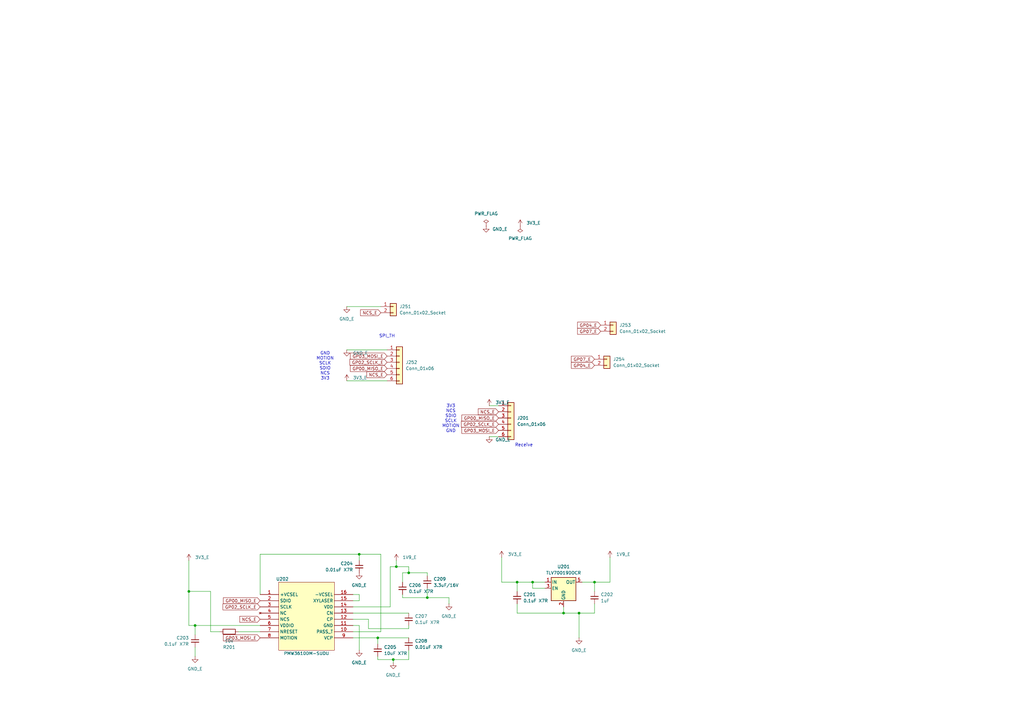
<source format=kicad_sch>
(kicad_sch (version 20250114) (generator "eeschema") (generator_version "9.0")
  (paper "A3")
  (lib_symbols
    (symbol "Connector_Generic:Conn_01x02" (pin_names (offset 1.016) (hide yes))
      (property "Reference" "J" (at 0 2.54 0))
      (property "Value" "Conn_01x02" (at 0 -5.08 0))
      (symbol "Conn_01x02_1_1"
        (rectangle (start -1.27 1.27) (end 1.27 -3.81) (stroke (width 0.254)) (fill (type background)))
        (rectangle (start -1.27 0.127) (end 0 -0.127) (stroke (width 0.1524)))
        (rectangle (start -1.27 -2.413) (end 0 -2.667) (stroke (width 0.1524)))
        (pin passive line (at -5.08 0 0) (length 3.81) (name "Pin_1") (number "1"))
        (pin passive line (at -5.08 -2.54 0) (length 3.81) (name "Pin_2") (number "2"))
      )
    )
    (symbol "Connector_Generic:Conn_01x06" (pin_names (offset 1.016) (hide yes))
      (property "Reference" "J" (at 0 7.62 0))
      (property "Value" "Conn_01x06" (at 0 -10.16 0))
      (symbol "Conn_01x06_1_1"
        (rectangle (start -1.27 6.35) (end 1.27 -8.89) (stroke (width 0.254)) (fill (type background)))
        (rectangle (start -1.27 5.207) (end 0 4.953) (stroke (width 0.1524)))
        (rectangle (start -1.27 2.667) (end 0 2.413) (stroke (width 0.1524)))
        (rectangle (start -1.27 0.127) (end 0 -0.127) (stroke (width 0.1524)))
        (rectangle (start -1.27 -2.413) (end 0 -2.667) (stroke (width 0.1524)))
        (rectangle (start -1.27 -4.953) (end 0 -5.207) (stroke (width 0.1524)))
        (rectangle (start -1.27 -7.493) (end 0 -7.747) (stroke (width 0.1524)))
        (pin passive line (at -5.08 5.08 0) (length 3.81) (name "Pin_1") (number "1"))
        (pin passive line (at -5.08 2.54 0) (length 3.81) (name "Pin_2") (number "2"))
        (pin passive line (at -5.08 0 0) (length 3.81) (name "Pin_3") (number "3"))
        (pin passive line (at -5.08 -2.54 0) (length 3.81) (name "Pin_4") (number "4"))
        (pin passive line (at -5.08 -5.08 0) (length 3.81) (name "Pin_5") (number "5"))
        (pin passive line (at -5.08 -7.62 0) (length 3.81) (name "Pin_6") (number "6"))
      )
    )
    (symbol "Device:C_Small" (pin_numbers (hide yes)) (pin_names (offset 0.254) (hide yes))
      (property "Reference" "C" (at 0.254 1.778 0))
      (property "Value" "C_Small" (at 0.254 -2.032 0))
      (symbol "C_Small_0_1"
        (polyline (pts (xy -1.524 0.508) (xy 1.524 0.508)) (stroke (width 0.3048)))
        (polyline (pts (xy -1.524 -0.508) (xy 1.524 -0.508)) (stroke (width 0.3302)))
      )
      (symbol "C_Small_1_1"
        (pin passive line (at 0 2.54 270) (length 2.032) (name "~") (number "1"))
        (pin passive line (at 0 -2.54 90) (length 2.032) (name "~") (number "2"))
      )
    )
    (symbol "Device:R" (pin_numbers (hide yes)) (pin_names (offset 0))
      (property "Reference" "R" (at 2.032 0 90))
      (property "Value" "R" (at 0 0 90))
      (symbol "R_0_1"
        (rectangle (start -1.016 -2.54) (end 1.016 2.54) (stroke (width 0.254)))
      )
      (symbol "R_1_1"
        (pin passive line (at 0 3.81 270) (length 1.27) (name "~") (number "1"))
        (pin passive line (at 0 -3.81 90) (length 1.27) (name "~") (number "2"))
      )
    )
    (symbol "Regulator_Linear:TLV70019_SOT23-5" (pin_names (offset 0.254))
      (property "Reference" "U" (at -3.81 5.715 0))
      (property "Value" "TLV70019_SOT23-5" (at 0 5.715 0))
      (symbol "TLV70019_SOT23-5_0_1"
        (rectangle (start -5.08 4.445) (end 5.08 -5.08) (stroke (width 0.254)) (fill (type background)))
      )
      (symbol "TLV70019_SOT23-5_1_1"
        (pin power_in line (at -7.62 2.54 0) (length 2.54) (name "IN") (number "1"))
        (pin input line (at -7.62 0 0) (length 2.54) (name "EN") (number "3"))
        (pin power_in line (at 0 -7.62 90) (length 2.54) (name "GND") (number "2"))
        (pin no_connect line (at 5.08 0 180) (length 2.54) (hide yes) (name "NC") (number "4"))
        (pin power_out line (at 7.62 2.54 180) (length 2.54) (name "OUT") (number "5"))
      )
    )
    (symbol "power:+1V8" (power) (pin_numbers (hide yes)) (pin_names (offset 0) (hide yes))
      (property "Value" "+1V8" (at 0 3.556 0))
      (symbol "+1V8_0_1"
        (polyline (pts (xy -0.762 1.27) (xy 0 2.54)))
        (polyline (pts (xy 0 2.54) (xy 0.762 1.27)))
        (polyline (pts (xy 0 0) (xy 0 2.54)))
      )
      (symbol "+1V8_1_1"
        (pin power_in line (at 0 0 90) (length 0) (name "~") (number "1"))
      )
    )
    (symbol "power:+3.3V" (power) (pin_numbers (hide yes)) (pin_names (offset 0) (hide yes))
      (property "Value" "+3.3V" (at 0 3.556 0))
      (symbol "+3.3V_0_1"
        (polyline (pts (xy -0.762 1.27) (xy 0 2.54)))
        (polyline (pts (xy 0 2.54) (xy 0.762 1.27)))
        (polyline (pts (xy 0 0) (xy 0 2.54)))
      )
      (symbol "+3.3V_1_1"
        (pin power_in line (at 0 0 90) (length 0) (name "~") (number "1"))
      )
    )
    (symbol "power:GND" (power) (pin_numbers (hide yes)) (pin_names (offset 0) (hide yes))
      (property "Value" "GND" (at 0 -3.81 0))
      (symbol "GND_0_1"
        (polyline (pts (xy 0 0) (xy 0 -1.27) (xy 1.27 -1.27) (xy 0 -2.54) (xy -1.27 -1.27) (xy 0 -1.27)))
      )
      (symbol "GND_1_1"
        (pin power_in line (at 0 0 270) (length 0) (name "~") (number "1"))
      )
    )
    (symbol "power:PWR_FLAG" (power) (pin_numbers (hide yes)) (pin_names (offset 0) (hide yes))
      (property "Value" "PWR_FLAG" (at 0 3.81 0))
      (symbol "PWR_FLAG_0_0"
        (pin power_out line (at 0 0 90) (length 0) (name "~") (number "1"))
      )
      (symbol "PWR_FLAG_0_1"
        (polyline (pts (xy 0 0) (xy 0 1.27) (xy -1.016 1.905) (xy 0 2.54) (xy 1.016 1.905) (xy 0 1.27)))
      )
    )
    (symbol "power:VCC" (power) (pin_numbers (hide yes)) (pin_names (offset 0) (hide yes))
      (property "Value" "VCC" (at 0 3.556 0))
      (symbol "VCC_0_1"
        (polyline (pts (xy -0.762 1.27) (xy 0 2.54)))
        (polyline (pts (xy 0 2.54) (xy 0.762 1.27)))
        (polyline (pts (xy 0 0) (xy 0 2.54)))
      )
      (symbol "VCC_1_1"
        (pin power_in line (at 0 0 90) (length 0) (name "~") (number "1"))
      )
    )
    (symbol "seiboku-symbols:PMW3610-SUDU"
      (property "Reference" "U" (at -10.668 15.24 0))
      (symbol "PMW3610-SUDU_1_0"
        (rectangle (start -11.43 13.97) (end 11.43 -13.97) (fill (type background)))
      )
      (symbol "PMW3610-SUDU_1_1"
        (pin power_in line (at -19.05 8.89 0) (length 7.62) (name "+VCSEL") (number "1"))
        (pin bidirectional line (at -19.05 6.35 0) (length 7.62) (name "SDIO") (number "2"))
        (pin input line (at -19.05 3.81 0) (length 7.62) (name "SCLK") (number "3"))
        (pin no_connect line (at -19.05 1.27 0) (length 7.62) (name "NC") (number "4"))
        (pin input line (at -19.05 -1.27 0) (length 7.62) (name "NCS") (number "5"))
        (pin power_in line (at -19.05 -3.81 0) (length 7.62) (name "VDDIO") (number "6"))
        (pin input line (at -19.05 -6.35 0) (length 7.62) (name "NRESET") (number "7"))
        (pin output line (at -19.05 -8.89 0) (length 7.62) (name "MOTION") (number "8"))
        (pin power_in line (at 19.05 8.89 180) (length 7.62) (name "-VCSEL") (number "16"))
        (pin power_in line (at 19.05 6.35 180) (length 7.62) (name "XYLASER") (number "15"))
        (pin power_in line (at 19.05 3.81 180) (length 7.62) (name "VDD") (number "14"))
        (pin power_in line (at 19.05 1.27 180) (length 7.62) (name "CN") (number "13"))
        (pin power_out line (at 19.05 -1.27 180) (length 7.62) (name "CP") (number "12"))
        (pin power_in line (at 19.05 -3.81 180) (length 7.62) (name "GND") (number "11"))
        (pin power_in line (at 19.05 -6.35 180) (length 7.62) (name "PASS_T") (number "10"))
        (pin power_out line (at 19.05 -8.89 180) (length 7.62) (name "VCP") (number "9"))
      )
    )
  )
  (text "SPI_TH" (at 158.75 137.922 0) (effects (font (size 1.27 1.27))))
  (text "GND\nMOTION\nSCLK\nSDIO\nNCS\n3V3" (at 133.35 150.114 0) (effects (font (size 1.27 1.27))))
  (text "Receive" (at 214.884 182.626 0) (effects (font (size 1.27 1.27))))
  (text "3V3\nNCS\nSDIO\nSCLK\nMOTION\nGND" (at 184.912 171.704 0) (effects (font (size 1.27 1.27))))
  (junction (at 231.14 251.46))
  (junction (at 243.84 238.76))
  (junction (at 162.56 232.41))
  (junction (at 147.32 227.33))
  (junction (at 161.29 270.51))
  (junction (at 77.47 242.57))
  (junction (at 212.09 238.76))
  (junction (at 237.49 251.46))
  (junction (at 218.44 238.76))
  (junction (at 80.01 256.54))
  (junction (at 167.64 234.95))
  (junction (at 154.94 261.62))
  (junction (at 175.26 245.11))
  (wire (pts (xy 160.02 232.41) (xy 162.56 232.41)))
  (wire (pts (xy 147.32 256.54) (xy 147.32 266.7)))
  (wire (pts (xy 161.29 270.51) (xy 167.64 270.51)))
  (wire (pts (xy 167.64 257.81) (xy 167.64 256.54)))
  (wire (pts (xy 156.21 259.08) (xy 144.78 259.08)))
  (wire (pts (xy 175.26 241.3) (xy 175.26 245.11)))
  (wire (pts (xy 243.84 247.65) (xy 243.84 251.46)))
  (wire (pts (xy 151.13 254) (xy 144.78 254)))
  (wire (pts (xy 77.47 242.57) (xy 77.47 256.54)))
  (wire (pts (xy 167.64 270.51) (xy 167.64 266.7)))
  (wire (pts (xy 223.52 238.76) (xy 218.44 238.76)))
  (wire (pts (xy 212.09 238.76) (xy 212.09 242.57)))
  (wire (pts (xy 175.26 245.11) (xy 184.15 245.11)))
  (wire (pts (xy 80.01 256.54) (xy 106.68 256.54)))
  (wire (pts (xy 106.68 243.84) (xy 106.68 227.33)))
  (wire (pts (xy 218.44 241.3) (xy 218.44 238.76)))
  (wire (pts (xy 250.19 238.76) (xy 250.19 228.6)))
  (wire (pts (xy 147.32 227.33) (xy 147.32 229.87)))
  (wire (pts (xy 162.56 232.41) (xy 167.64 232.41)))
  (wire (pts (xy 161.29 270.51) (xy 161.29 271.78)))
  (wire (pts (xy 212.09 247.65) (xy 212.09 251.46)))
  (wire (pts (xy 86.36 242.57) (xy 77.47 242.57)))
  (wire (pts (xy 162.56 229.87) (xy 162.56 232.41)))
  (wire (pts (xy 223.52 241.3) (xy 218.44 241.3)))
  (wire (pts (xy 184.15 247.65) (xy 184.15 245.11)))
  (wire (pts (xy 167.64 234.95) (xy 165.1 234.95)))
  (wire (pts (xy 165.1 234.95) (xy 165.1 238.76)))
  (wire (pts (xy 151.13 257.81) (xy 151.13 254)))
  (wire (pts (xy 218.44 238.76) (xy 212.09 238.76)))
  (wire (pts (xy 144.78 248.92) (xy 160.02 248.92)))
  (wire (pts (xy 97.79 259.08) (xy 106.68 259.08)))
  (wire (pts (xy 156.21 227.33) (xy 156.21 259.08)))
  (wire (pts (xy 165.1 243.84) (xy 165.1 245.11)))
  (wire (pts (xy 147.32 243.84) (xy 147.32 246.38)))
  (wire (pts (xy 167.64 234.95) (xy 175.26 234.95)))
  (wire (pts (xy 90.17 259.08) (xy 86.36 259.08)))
  (wire (pts (xy 144.78 243.84) (xy 147.32 243.84)))
  (wire (pts (xy 106.68 227.33) (xy 147.32 227.33)))
  (wire (pts (xy 160.02 248.92) (xy 160.02 232.41)))
  (wire (pts (xy 231.14 251.46) (xy 231.14 248.92)))
  (wire (pts (xy 237.49 251.46) (xy 237.49 261.62)))
  (wire (pts (xy 204.47 166.37) (xy 200.66 166.37)))
  (wire (pts (xy 77.47 256.54) (xy 80.01 256.54)))
  (wire (pts (xy 243.84 251.46) (xy 237.49 251.46)))
  (wire (pts (xy 144.78 251.46) (xy 167.64 251.46)))
  (wire (pts (xy 154.94 269.24) (xy 154.94 270.51)))
  (wire (pts (xy 144.78 261.62) (xy 154.94 261.62)))
  (wire (pts (xy 167.64 257.81) (xy 151.13 257.81)))
  (wire (pts (xy 80.01 256.54) (xy 80.01 260.35)))
  (wire (pts (xy 147.32 246.38) (xy 144.78 246.38)))
  (wire (pts (xy 200.66 179.07) (xy 204.47 179.07)))
  (wire (pts (xy 238.76 238.76) (xy 243.84 238.76)))
  (wire (pts (xy 167.64 232.41) (xy 167.64 234.95)))
  (wire (pts (xy 231.14 251.46) (xy 237.49 251.46)))
  (wire (pts (xy 142.24 125.73) (xy 156.21 125.73)))
  (wire (pts (xy 142.24 143.51) (xy 158.75 143.51)))
  (wire (pts (xy 205.74 238.76) (xy 205.74 228.6)))
  (wire (pts (xy 212.09 251.46) (xy 231.14 251.46)))
  (wire (pts (xy 86.36 259.08) (xy 86.36 242.57)))
  (wire (pts (xy 243.84 238.76) (xy 250.19 238.76)))
  (wire (pts (xy 80.01 265.43) (xy 80.01 269.24)))
  (wire (pts (xy 175.26 236.22) (xy 175.26 234.95)))
  (wire (pts (xy 142.24 156.21) (xy 158.75 156.21)))
  (wire (pts (xy 243.84 238.76) (xy 243.84 242.57)))
  (wire (pts (xy 77.47 229.87) (xy 77.47 242.57)))
  (wire (pts (xy 154.94 270.51) (xy 161.29 270.51)))
  (wire (pts (xy 212.09 238.76) (xy 205.74 238.76)))
  (wire (pts (xy 165.1 245.11) (xy 175.26 245.11)))
  (wire (pts (xy 144.78 256.54) (xy 147.32 256.54)))
  (wire (pts (xy 154.94 261.62) (xy 154.94 264.16)))
  (wire (pts (xy 154.94 261.62) (xy 167.64 261.62)))
  (wire (pts (xy 147.32 227.33) (xy 156.21 227.33)))
  (global_label "NCS_E" (shape input) (at 106.68 254 180) (property "Intersheetrefs" "${INTERSHEET_REFS}" (effects (hide yes))))
  (global_label "GP03_MOSI_E" (shape input) (at 204.47 176.53 180) (property "Intersheetrefs" "${INTERSHEET_REFS}" (effects (hide yes))))
  (global_label "GP03_MOSI_E" (shape input) (at 106.68 261.62 180) (property "Intersheetrefs" "${INTERSHEET_REFS}" (effects (hide yes))))
  (global_label "GP07_E" (shape input) (at 243.84 147.32 180) (property "Intersheetrefs" "${INTERSHEET_REFS}" (effects (hide yes))))
  (global_label "GP04_E" (shape input) (at 246.38 133.35 180) (property "Intersheetrefs" "${INTERSHEET_REFS}" (effects (hide yes))))
  (global_label "GP02_SCLK_E" (shape input) (at 106.68 248.92 180) (property "Intersheetrefs" "${INTERSHEET_REFS}" (effects (hide yes))))
  (global_label "GP07_E" (shape input) (at 246.38 135.89 180) (property "Intersheetrefs" "${INTERSHEET_REFS}" (effects (hide yes))))
  (global_label "NCS_E" (shape input) (at 158.75 153.67 180) (property "Intersheetrefs" "${INTERSHEET_REFS}" (effects (hide yes))))
  (global_label "GP03_MOSI_E" (shape input) (at 158.75 146.05 180) (property "Intersheetrefs" "${INTERSHEET_REFS}" (effects (hide yes))))
  (global_label "GP00_MISO_E" (shape input) (at 106.68 246.38 180) (property "Intersheetrefs" "${INTERSHEET_REFS}" (effects (hide yes))))
  (global_label "NCS_E" (shape input) (at 156.21 128.27 180) (property "Intersheetrefs" "${INTERSHEET_REFS}" (effects (hide yes))))
  (global_label "GP02_SCLK_E" (shape input) (at 158.75 148.59 180) (property "Intersheetrefs" "${INTERSHEET_REFS}" (effects (hide yes))))
  (global_label "GP04_E" (shape input) (at 243.84 149.86 180) (property "Intersheetrefs" "${INTERSHEET_REFS}" (effects (hide yes))))
  (global_label "GP00_MISO_E" (shape input) (at 158.75 151.13 180) (property "Intersheetrefs" "${INTERSHEET_REFS}" (effects (hide yes))))
  (global_label "GP02_SCLK_E" (shape input) (at 204.47 173.99 180) (property "Intersheetrefs" "${INTERSHEET_REFS}" (effects (hide yes))))
  (global_label "NCS_E" (shape input) (at 204.47 168.91 180) (property "Intersheetrefs" "${INTERSHEET_REFS}" (effects (hide yes))))
  (global_label "GP00_MISO_E" (shape input) (at 204.47 171.45 180) (property "Intersheetrefs" "${INTERSHEET_REFS}" (effects (hide yes))))
  (symbol (lib_id "Connector_Generic:Conn_01x02") (at 251.46 133.35 0) (unit 1)
    (property "Reference" "J253" (at 254 133.3499 0) (effects (justify left)))
    (property "Value" "Conn_01x02_Socket" (at 254 135.8899 0) (effects (justify left)))
    (property "Footprint" "Connector_PinHeader_2.54mm:PinHeader_1x02_P2.54mm_Horizontal" (effects (hide yes)))
    (property "Description" "Generic connector, single row, 01x02, script generated (kicad-library-utils/schlib/autogen/connector/)" (effects (hide yes)))
  )
  (symbol (lib_id "Device:C_Small") (at 243.84 245.11 0) (unit 1)
    (property "Reference" "C202" (at 246.38 243.8462 0) (effects (justify left)))
    (property "Value" "1uF" (at 246.38 246.3862 0) (effects (justify left)))
    (property "Footprint" "Capacitor_SMD:C_0805_2012Metric_Pad1.18x1.45mm_HandSolder" (effects (hide yes)))
    (property "Datasheet" "https://www.zaikostore.com/zaikostore/stockDetail?productIdOfHitotsukara=pr15192734&productName_forFind=MSASL219SB5105KTNA01+(LMK212BJ105KD-T)&typeStock_forFind=all" (effects (hide yes)))
    (property "Description" "Unpolarized capacitor, small symbol" (effects (hide yes)))
  )
  (symbol (lib_id "power:GND") (at 184.15 247.65 0) (unit 1)
    (property "Reference" "#PWR01" (effects (hide yes)))
    (property "Value" "GND_E" (at 184.15 252.73 0))
    (property "Description" "Power symbol creates a global label with name \"GND\" , ground" (effects (hide yes)))
  )
  (symbol (lib_id "Device:C_Small") (at 80.01 262.89 0) (mirror y) (unit 1)
    (property "Reference" "C203" (at 77.47 261.6262 0) (effects (justify left)))
    (property "Value" "0.1uF X7R" (at 77.47 264.1662 0) (effects (justify left)))
    (property "Footprint" "Capacitor_SMD:C_0805_2012Metric_Pad1.18x1.45mm_HandSolder" (effects (hide yes)))
    (property "Datasheet" "https://www.zaikostore.com/zaikostore/stockDetail?productIdOfHitotsukara=pr18030662&productName_forFind=C0805C104J5RACAUTO&typeStock_forFind=all" (effects (hide yes)))
    (property "Description" "Unpolarized capacitor, small symbol" (effects (hide yes)))
  )
  (symbol (lib_id "power:+3.3V") (at 77.47 229.87 0) (unit 1)
    (property "Reference" "#PWR08" (effects (hide yes)))
    (property "Value" "3V3_E" (at 80.01 228.5999 0) (effects (justify left)))
    (property "Description" "Power symbol creates a global label with name \"+3.3V\"" (effects (hide yes)))
  )
  (symbol (lib_id "Regulator_Linear:TLV70019_SOT23-5") (at 231.14 241.3 0) (unit 1)
    (property "Reference" "U201" (at 231.14 232.41 0))
    (property "Value" "TLV70019DDCR" (at 231.14 234.95 0))
    (property "Footprint" "Package_TO_SOT_SMD:SOT-23-5_HandSoldering" (effects (hide yes)))
    (property "Datasheet" "http://www.ti.com/lit/ds/symlink/tlv700.pdf" (effects (hide yes)))
    (property "Description" "200mA Low Dropout Voltage Regulator, Fixed Output 1.9V, SOT-23-5" (effects (hide yes)))
  )
  (symbol (lib_id "Device:C_Small") (at 147.32 232.41 0) (mirror y) (unit 1)
    (property "Reference" "C204" (at 144.78 231.1462 0) (effects (justify left)))
    (property "Value" "0.01uF X7R" (at 144.78 233.6862 0) (effects (justify left)))
    (property "Footprint" "Capacitor_SMD:C_0805_2012Metric_Pad1.18x1.45mm_HandSolder" (effects (hide yes)))
    (property "Datasheet" "https://www.zaikostore.com/zaikostore/stockDetail?stockID=st39583481&productIdOfHitotsukara=pr13857527&qtyProductAll=3450.0" (effects (hide yes)))
    (property "Description" "Unpolarized capacitor, small symbol" (effects (hide yes)))
  )
  (symbol (lib_id "Device:R") (at 93.98 259.08 270) (mirror x) (unit 1)
    (property "Reference" "R201" (at 93.98 265.43 90))
    (property "Value" "10k" (at 93.98 262.89 90))
    (property "Footprint" "Resistor_SMD:R_0805_2012Metric_Pad1.20x1.40mm_HandSolder" (effects (hide yes)))
    (property "Datasheet" "https://www.zaikostore.com/zaikostore/stockDetail?stockID=st49073235&productIdOfHitotsukara=pr4066689&qtyProductAll=118737.0" (effects (hide yes)))
    (property "Description" "Resistor" (effects (hide yes)))
  )
  (symbol (lib_id "power:GND") (at 147.32 234.95 0) (unit 1)
    (property "Reference" "#PWR010" (effects (hide yes)))
    (property "Value" "GND_E" (at 147.32 240.03 0))
    (property "Description" "Power symbol creates a global label with name \"GND\" , ground" (effects (hide yes)))
  )
  (symbol (lib_id "power:GND") (at 80.01 269.24 0) (unit 1)
    (property "Reference" "#PWR09" (effects (hide yes)))
    (property "Value" "GND_E" (at 80.01 274.32 0))
    (property "Description" "Power symbol creates a global label with name \"GND\" , ground" (effects (hide yes)))
  )
  (symbol (lib_id "power:GND") (at 147.32 266.7 0) (unit 1)
    (property "Reference" "#PWR011" (effects (hide yes)))
    (property "Value" "GND_E" (at 147.32 271.78 0))
    (property "Description" "Power symbol creates a global label with name \"GND\" , ground" (effects (hide yes)))
  )
  (symbol (lib_id "power:GND") (at 199.39 92.71 0) (unit 1)
    (property "Reference" "#PWR06" (effects (hide yes)))
    (property "Value" "GND_E" (at 201.93 93.9799 0) (effects (justify left)))
    (property "Description" "Power symbol creates a global label with name \"GND\" , ground" (effects (hide yes)))
  )
  (symbol (lib_id "Connector_Generic:Conn_01x06") (at 163.83 148.59 0) (unit 1)
    (property "Reference" "J252" (at 166.37 148.5899 0) (effects (justify left)))
    (property "Value" "Conn_01x06" (at 166.37 151.1299 0) (effects (justify left)))
    (property "Footprint" "Connector_PinHeader_2.54mm:PinHeader_1x06_P2.54mm_Horizontal" (effects (hide yes)))
    (property "Description" "Generic connector, single row, 01x06, script generated (kicad-library-utils/schlib/autogen/connector/)" (effects (hide yes)))
  )
  (symbol (lib_id "Connector_Generic:Conn_01x02") (at 161.29 125.73 0) (unit 1)
    (property "Reference" "J251" (at 163.83 125.7299 0) (effects (justify left)))
    (property "Value" "Conn_01x02_Socket" (at 163.83 128.2699 0) (effects (justify left)))
    (property "Footprint" "Connector_PinHeader_2.54mm:PinHeader_1x02_P2.54mm_Horizontal" (effects (hide yes)))
    (property "Description" "Generic connector, single row, 01x02, script generated (kicad-library-utils/schlib/autogen/connector/)" (effects (hide yes)))
  )
  (symbol (lib_id "Device:C_Small") (at 167.64 254 0) (unit 1)
    (property "Reference" "C207" (at 170.18 252.7362 0) (effects (justify left)))
    (property "Value" "0.1uF X7R" (at 170.18 255.2762 0) (effects (justify left)))
    (property "Footprint" "Capacitor_SMD:C_0805_2012Metric_Pad1.18x1.45mm_HandSolder" (effects (hide yes)))
    (property "Datasheet" "https://www.zaikostore.com/zaikostore/stockDetail?productIdOfHitotsukara=pr18030662&productName_forFind=C0805C104J5RACAUTO&typeStock_forFind=all" (effects (hide yes)))
    (property "Description" "Unpolarized capacitor, small symbol" (effects (hide yes)))
  )
  (symbol (lib_id "power:GND") (at 237.49 261.62 0) (unit 1)
    (property "Reference" "#PWR03" (effects (hide yes)))
    (property "Value" "GND_E" (at 237.49 266.7 0))
    (property "Description" "Power symbol creates a global label with name \"GND\" , ground" (effects (hide yes)))
  )
  (symbol (lib_id "power:+1V8") (at 250.19 228.6 0) (unit 1)
    (property "Reference" "#PWR05" (effects (hide yes)))
    (property "Value" "1V9_E" (at 252.73 227.3299 0) (effects (justify left)))
    (property "Description" "Power symbol creates a global label with name \"+1V8\"" (effects (hide yes)))
  )
  (symbol (lib_id "Device:C_Small") (at 212.09 245.11 0) (unit 1)
    (property "Reference" "C201" (at 214.63 243.8462 0) (effects (justify left)))
    (property "Value" "0.1uF X7R" (at 214.63 246.3862 0) (effects (justify left)))
    (property "Footprint" "Capacitor_SMD:C_0805_2012Metric_Pad1.18x1.45mm_HandSolder" (effects (hide yes)))
    (property "Datasheet" "https://www.zaikostore.com/zaikostore/stockDetail?productIdOfHitotsukara=pr18030662&productName_forFind=C0805C104J5RACAUTO&typeStock_forFind=all" (effects (hide yes)))
    (property "Description" "Unpolarized capacitor, small symbol" (effects (hide yes)))
  )
  (symbol (lib_id "power:+3.3V") (at 205.74 228.6 0) (unit 1)
    (property "Reference" "#PWR02" (effects (hide yes)))
    (property "Value" "3V3_E" (at 208.28 227.3299 0) (effects (justify left)))
    (property "Description" "Power symbol creates a global label with name \"+3.3V\"" (effects (hide yes)))
  )
  (symbol (lib_id "Connector_Generic:Conn_01x02") (at 248.92 147.32 0) (unit 1)
    (property "Reference" "J254" (at 251.46 147.3199 0) (effects (justify left)))
    (property "Value" "Conn_01x02_Socket" (at 251.46 149.8599 0) (effects (justify left)))
    (property "Footprint" "Connector_PinHeader_2.54mm:PinHeader_1x02_P2.54mm_Horizontal" (effects (hide yes)))
    (property "Description" "Generic connector, single row, 01x02, script generated (kicad-library-utils/schlib/autogen/connector/)" (effects (hide yes)))
  )
  (symbol (lib_id "Device:C_Small") (at 154.94 266.7 0) (unit 1)
    (property "Reference" "C205" (at 157.48 265.4362 0) (effects (justify left)))
    (property "Value" "10uF X7R" (at 157.48 267.9762 0) (effects (justify left)))
    (property "Footprint" "Capacitor_SMD:C_0805_2012Metric_Pad1.18x1.45mm_HandSolder" (effects (hide yes)))
    (property "Datasheet" "https://www.zaikostore.com/zaikostore/stockDetail?stockID=st47356945&productIdOfHitotsukara=pr15192624&qtyProductAll=8270.0" (effects (hide yes)))
    (property "Description" "Unpolarized capacitor, small symbol" (effects (hide yes)))
  )
  (symbol (lib_id "Device:C_Small") (at 165.1 241.3 0) (unit 1)
    (property "Reference" "C206" (at 167.64 240.0362 0) (effects (justify left)))
    (property "Value" "0.1uF X7R" (at 167.64 242.5762 0) (effects (justify left)))
    (property "Footprint" "Capacitor_SMD:C_0805_2012Metric_Pad1.18x1.45mm_HandSolder" (effects (hide yes)))
    (property "Datasheet" "https://www.zaikostore.com/zaikostore/stockDetail?productIdOfHitotsukara=pr18030662&productName_forFind=C0805C104J5RACAUTO&typeStock_forFind=all" (effects (hide yes)))
    (property "Description" "Unpolarized capacitor, small symbol" (effects (hide yes)))
  )
  (symbol (lib_id "power:PWR_FLAG") (at 199.39 92.71 0) (unit 1)
    (property "Reference" "#FLG02" (effects (hide yes)))
    (property "Value" "PWR_FLAG" (at 199.39 87.63 0))
    (property "Description" "Special symbol for telling ERC where power comes from" (effects (hide yes)))
  )
  (symbol (lib_id "power:VCC") (at 142.24 156.21 0) (unit 1)
    (property "Reference" "#PWR028" (effects (hide yes)))
    (property "Value" "3V3_E" (at 144.78 154.9399 0) (effects (justify left)))
    (property "Description" "Power symbol creates a global label with name \"VCC\"" (effects (hide yes)))
  )
  (symbol (lib_id "Connector_Generic:Conn_01x06") (at 209.55 171.45 0) (unit 1)
    (property "Reference" "J201" (at 212.09 171.4499 0) (effects (justify left)))
    (property "Value" "Conn_01x06" (at 212.09 173.9899 0) (effects (justify left)))
    (property "Footprint" "Connector_FFC-FPC:Hirose_FH12-6S-0.5SH_1x06-1MP_P0.50mm_Horizontal" (effects (hide yes)))
    (property "Description" "Generic connector, single row, 01x06, script generated (kicad-library-utils/schlib/autogen/connector/)" (effects (hide yes)))
  )
  (symbol (lib_id "power:+1V8") (at 162.56 229.87 0) (unit 1)
    (property "Reference" "#PWR013" (effects (hide yes)))
    (property "Value" "1V9_E" (at 165.1 228.5999 0) (effects (justify left)))
    (property "Description" "Power symbol creates a global label with name \"+1V8\"" (effects (hide yes)))
  )
  (symbol (lib_id "power:GND") (at 142.24 125.73 0) (unit 1)
    (property "Reference" "#PWR04" (effects (hide yes)))
    (property "Value" "GND_E" (at 142.24 130.81 0))
    (property "Description" "Power symbol creates a global label with name \"GND\" , ground" (effects (hide yes)))
  )
  (symbol (lib_id "power:PWR_FLAG") (at 213.36 92.71 180) (unit 1)
    (property "Reference" "#FLG03" (effects (hide yes)))
    (property "Value" "PWR_FLAG" (at 213.36 97.79 0))
    (property "Description" "Special symbol for telling ERC where power comes from" (effects (hide yes)))
  )
  (symbol (lib_id "power:GND") (at 142.24 143.51 0) (unit 1)
    (property "Reference" "#PWR029" (effects (hide yes)))
    (property "Value" "GND_E" (at 144.78 144.7799 0) (effects (justify left)))
    (property "Description" "Power symbol creates a global label with name \"GND\" , ground" (effects (hide yes)))
  )
  (symbol (lib_id "Device:C_Small") (at 175.26 238.76 0) (mirror y) (unit 1)
    (property "Reference" "C209" (at 177.8 237.4962 0) (effects (justify right)))
    (property "Value" "3.3uF/16V" (at 177.8 240.0362 0) (effects (justify right)))
    (property "Footprint" "Capacitor_SMD:C_0805_2012Metric_Pad1.18x1.45mm_HandSolder" (effects (hide yes)))
    (property "Datasheet" "https://www.zaikostore.com/zaikostore/stockDetail?productIdOfHitotsukara=pr7759198&productName_forFind=C2012X5R1C335K060AC&typeStock_forFind=all" (effects (hide yes)))
    (property "Description" "Unpolarized capacitor, small symbol" (effects (hide yes)))
  )
  (symbol (lib_id "seiboku-symbols:PMW3610-SUDU") (at 125.73 252.73 0) (unit 1)
    (property "Reference" "U202" (at 115.824 237.49 0))
    (property "Value" "PMW3610DM-SUDU" (at 125.73 267.97 0))
    (property "Footprint" "Rikkodo_FootPrint:PMW3610DM-SUDU" (effects (hide yes)))
  )
  (symbol (lib_id "Device:C_Small") (at 167.64 264.16 0) (unit 1)
    (property "Reference" "C208" (at 170.18 262.8962 0) (effects (justify left)))
    (property "Value" "0.01uF X7R" (at 170.18 265.4362 0) (effects (justify left)))
    (property "Footprint" "Capacitor_SMD:C_0805_2012Metric_Pad1.18x1.45mm_HandSolder" (effects (hide yes)))
    (property "Datasheet" "https://www.zaikostore.com/zaikostore/stockDetail?stockID=st39583481&productIdOfHitotsukara=pr13857527&qtyProductAll=3450.0" (effects (hide yes)))
    (property "Description" "Unpolarized capacitor, small symbol" (effects (hide yes)))
  )
  (symbol (lib_id "power:GND") (at 200.66 179.07 0) (unit 1)
    (property "Reference" "#PWR026" (effects (hide yes)))
    (property "Value" "GND_E" (at 203.2 180.34 0) (effects (justify left)))
    (property "Description" "Power symbol creates a global label with name \"GND\" , ground" (effects (hide yes)))
  )
  (symbol (lib_id "power:GND") (at 161.29 271.78 0) (unit 1)
    (property "Reference" "#PWR012" (effects (hide yes)))
    (property "Value" "GND_E" (at 161.29 276.86 0))
    (property "Description" "Power symbol creates a global label with name \"GND\" , ground" (effects (hide yes)))
  )
  (symbol (lib_id "power:VCC") (at 213.36 92.71 0) (unit 1)
    (property "Reference" "#PWR014" (effects (hide yes)))
    (property "Value" "3V3_E" (at 215.9 91.4399 0) (effects (justify left)))
    (property "Description" "Power symbol creates a global label with name \"VCC\"" (effects (hide yes)))
  )
  (symbol (lib_id "power:VCC") (at 200.66 166.37 0) (unit 1)
    (property "Reference" "#PWR020" (effects (hide yes)))
    (property "Value" "3V3_E" (at 203.2 165.0999 0) (effects (justify left)))
    (property "Description" "Power symbol creates a global label with name \"VCC\"" (effects (hide yes)))
  )
)
</source>
